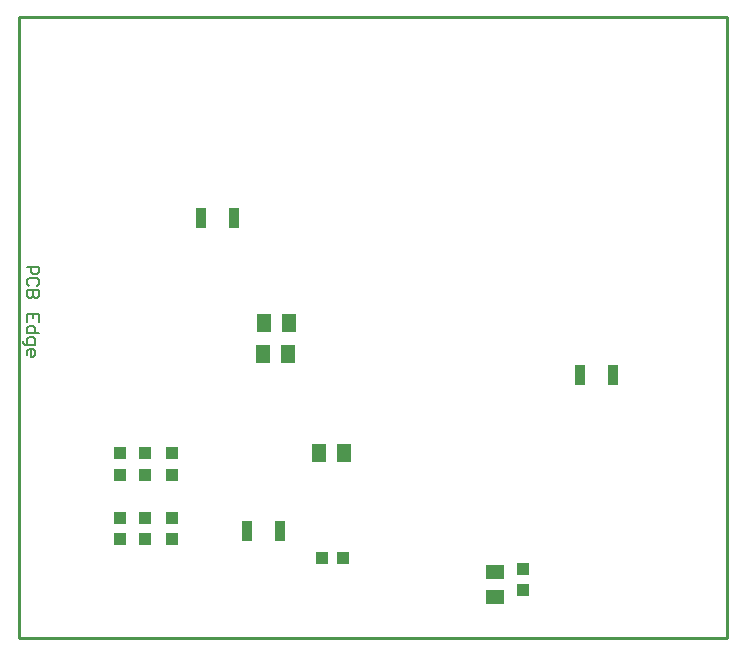
<source format=gbp>
G04*
G04 #@! TF.GenerationSoftware,Altium Limited,Altium Designer,19.0.14 (431)*
G04*
G04 Layer_Color=128*
%FSLAX43Y43*%
%MOMM*%
G71*
G01*
G75*
%ADD11C,0.100*%
%ADD13C,0.200*%
%ADD16C,0.254*%
%ADD26R,1.100X1.100*%
%ADD27R,1.100X1.100*%
%ADD39R,0.950X1.700*%
%ADD83R,1.250X1.500*%
%ADD84R,1.500X1.250*%
D11*
X-53Y12229D02*
Y24229D01*
D13*
X635Y31437D02*
X1635D01*
Y30937D01*
X1468Y30771D01*
X1135D01*
X968Y30937D01*
Y31437D01*
X1468Y29771D02*
X1635Y29938D01*
Y30271D01*
X1468Y30437D01*
X802D01*
X635Y30271D01*
Y29938D01*
X802Y29771D01*
X1635Y29438D02*
X635D01*
Y28938D01*
X802Y28771D01*
X968D01*
X1135Y28938D01*
Y29438D01*
Y28938D01*
X1301Y28771D01*
X1468D01*
X1635Y28938D01*
Y29438D01*
Y26772D02*
Y27438D01*
X635D01*
Y26772D01*
X1135Y27438D02*
Y27105D01*
X1635Y25772D02*
X635D01*
Y26272D01*
X802Y26439D01*
X1135D01*
X1301Y26272D01*
Y25772D01*
X302Y25106D02*
Y24939D01*
X468Y24773D01*
X1301D01*
Y25272D01*
X1135Y25439D01*
X802D01*
X635Y25272D01*
Y24773D01*
Y23940D02*
Y24273D01*
X802Y24439D01*
X1135D01*
X1301Y24273D01*
Y23940D01*
X1135Y23773D01*
X968D01*
Y24439D01*
D16*
X0Y0D02*
Y52578D01*
Y0D02*
X59944D01*
Y52578D01*
X0D02*
X59944D01*
D26*
X27398Y6731D02*
D03*
X25598D02*
D03*
D27*
X42672Y5853D02*
D03*
Y4053D02*
D03*
X12954Y10149D02*
D03*
Y8349D02*
D03*
X8509Y8360D02*
D03*
Y10160D02*
D03*
X10668Y10149D02*
D03*
Y8349D02*
D03*
X8509Y15632D02*
D03*
Y13832D02*
D03*
X10668Y15632D02*
D03*
Y13832D02*
D03*
X12954D02*
D03*
Y15632D02*
D03*
D39*
X47495Y22225D02*
D03*
X50295D02*
D03*
X22101Y9017D02*
D03*
X19301D02*
D03*
X18164Y35560D02*
D03*
X15364D02*
D03*
D83*
X20701Y26670D02*
D03*
X22801D02*
D03*
X20667Y24003D02*
D03*
X22767D02*
D03*
X27466Y15621D02*
D03*
X25366D02*
D03*
D84*
X40259Y3488D02*
D03*
Y5588D02*
D03*
M02*

</source>
